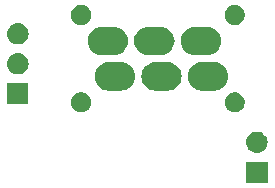
<source format=gbr>
G04 #@! TF.GenerationSoftware,KiCad,Pcbnew,(5.1.4)-1*
G04 #@! TF.CreationDate,2020-03-11T16:56:26-04:00*
G04 #@! TF.ProjectId,MicSwitchBoardElectret,4d696353-7769-4746-9368-426f61726445,rev?*
G04 #@! TF.SameCoordinates,Original*
G04 #@! TF.FileFunction,Soldermask,Top*
G04 #@! TF.FilePolarity,Negative*
%FSLAX46Y46*%
G04 Gerber Fmt 4.6, Leading zero omitted, Abs format (unit mm)*
G04 Created by KiCad (PCBNEW (5.1.4)-1) date 2020-03-11 16:56:26*
%MOMM*%
%LPD*%
G04 APERTURE LIST*
%ADD10C,0.100000*%
G04 APERTURE END LIST*
D10*
G36*
X137491000Y-77531000D02*
G01*
X135689000Y-77531000D01*
X135689000Y-75729000D01*
X137491000Y-75729000D01*
X137491000Y-77531000D01*
X137491000Y-77531000D01*
G37*
G36*
X136700443Y-73195519D02*
G01*
X136766627Y-73202037D01*
X136936466Y-73253557D01*
X137092991Y-73337222D01*
X137128729Y-73366552D01*
X137230186Y-73449814D01*
X137313448Y-73551271D01*
X137342778Y-73587009D01*
X137426443Y-73743534D01*
X137477963Y-73913373D01*
X137495359Y-74090000D01*
X137477963Y-74266627D01*
X137426443Y-74436466D01*
X137342778Y-74592991D01*
X137313448Y-74628729D01*
X137230186Y-74730186D01*
X137128729Y-74813448D01*
X137092991Y-74842778D01*
X136936466Y-74926443D01*
X136766627Y-74977963D01*
X136700442Y-74984482D01*
X136634260Y-74991000D01*
X136545740Y-74991000D01*
X136479558Y-74984482D01*
X136413373Y-74977963D01*
X136243534Y-74926443D01*
X136087009Y-74842778D01*
X136051271Y-74813448D01*
X135949814Y-74730186D01*
X135866552Y-74628729D01*
X135837222Y-74592991D01*
X135753557Y-74436466D01*
X135702037Y-74266627D01*
X135684641Y-74090000D01*
X135702037Y-73913373D01*
X135753557Y-73743534D01*
X135837222Y-73587009D01*
X135866552Y-73551271D01*
X135949814Y-73449814D01*
X136051271Y-73366552D01*
X136087009Y-73337222D01*
X136243534Y-73253557D01*
X136413373Y-73202037D01*
X136479557Y-73195519D01*
X136545740Y-73189000D01*
X136634260Y-73189000D01*
X136700443Y-73195519D01*
X136700443Y-73195519D01*
G37*
G36*
X121958228Y-69891703D02*
G01*
X122113100Y-69955853D01*
X122252481Y-70048985D01*
X122371015Y-70167519D01*
X122464147Y-70306900D01*
X122528297Y-70461772D01*
X122561000Y-70626184D01*
X122561000Y-70793816D01*
X122528297Y-70958228D01*
X122464147Y-71113100D01*
X122371015Y-71252481D01*
X122252481Y-71371015D01*
X122113100Y-71464147D01*
X121958228Y-71528297D01*
X121793816Y-71561000D01*
X121626184Y-71561000D01*
X121461772Y-71528297D01*
X121306900Y-71464147D01*
X121167519Y-71371015D01*
X121048985Y-71252481D01*
X120955853Y-71113100D01*
X120891703Y-70958228D01*
X120859000Y-70793816D01*
X120859000Y-70626184D01*
X120891703Y-70461772D01*
X120955853Y-70306900D01*
X121048985Y-70167519D01*
X121167519Y-70048985D01*
X121306900Y-69955853D01*
X121461772Y-69891703D01*
X121626184Y-69859000D01*
X121793816Y-69859000D01*
X121958228Y-69891703D01*
X121958228Y-69891703D01*
G37*
G36*
X134958228Y-69891703D02*
G01*
X135113100Y-69955853D01*
X135252481Y-70048985D01*
X135371015Y-70167519D01*
X135464147Y-70306900D01*
X135528297Y-70461772D01*
X135561000Y-70626184D01*
X135561000Y-70793816D01*
X135528297Y-70958228D01*
X135464147Y-71113100D01*
X135371015Y-71252481D01*
X135252481Y-71371015D01*
X135113100Y-71464147D01*
X134958228Y-71528297D01*
X134793816Y-71561000D01*
X134626184Y-71561000D01*
X134461772Y-71528297D01*
X134306900Y-71464147D01*
X134167519Y-71371015D01*
X134048985Y-71252481D01*
X133955853Y-71113100D01*
X133891703Y-70958228D01*
X133859000Y-70793816D01*
X133859000Y-70626184D01*
X133891703Y-70461772D01*
X133955853Y-70306900D01*
X134048985Y-70167519D01*
X134167519Y-70048985D01*
X134306900Y-69955853D01*
X134461772Y-69891703D01*
X134626184Y-69859000D01*
X134793816Y-69859000D01*
X134958228Y-69891703D01*
X134958228Y-69891703D01*
G37*
G36*
X117251000Y-70876000D02*
G01*
X115449000Y-70876000D01*
X115449000Y-69074000D01*
X117251000Y-69074000D01*
X117251000Y-70876000D01*
X117251000Y-70876000D01*
G37*
G36*
X125295437Y-67326378D02*
G01*
X125521827Y-67395052D01*
X125730468Y-67506573D01*
X125913344Y-67656656D01*
X126063427Y-67839532D01*
X126174948Y-68048173D01*
X126243622Y-68274563D01*
X126266811Y-68510000D01*
X126243622Y-68745437D01*
X126174948Y-68971827D01*
X126063427Y-69180468D01*
X125913344Y-69363344D01*
X125730468Y-69513427D01*
X125521827Y-69624948D01*
X125295437Y-69693622D01*
X125118999Y-69711000D01*
X124001001Y-69711000D01*
X123824563Y-69693622D01*
X123598173Y-69624948D01*
X123389532Y-69513427D01*
X123206656Y-69363344D01*
X123056573Y-69180468D01*
X122945052Y-68971827D01*
X122876378Y-68745437D01*
X122853189Y-68510000D01*
X122876378Y-68274563D01*
X122945052Y-68048173D01*
X123056573Y-67839532D01*
X123206656Y-67656656D01*
X123389532Y-67506573D01*
X123598173Y-67395052D01*
X123824563Y-67326378D01*
X124001001Y-67309000D01*
X125118999Y-67309000D01*
X125295437Y-67326378D01*
X125295437Y-67326378D01*
G37*
G36*
X129245437Y-67326378D02*
G01*
X129471827Y-67395052D01*
X129680468Y-67506573D01*
X129863344Y-67656656D01*
X130013427Y-67839532D01*
X130124948Y-68048173D01*
X130193622Y-68274563D01*
X130216811Y-68510000D01*
X130193622Y-68745437D01*
X130124948Y-68971827D01*
X130013427Y-69180468D01*
X129863344Y-69363344D01*
X129680468Y-69513427D01*
X129471827Y-69624948D01*
X129245437Y-69693622D01*
X129068999Y-69711000D01*
X127951001Y-69711000D01*
X127774563Y-69693622D01*
X127548173Y-69624948D01*
X127339532Y-69513427D01*
X127156656Y-69363344D01*
X127006573Y-69180468D01*
X126895052Y-68971827D01*
X126826378Y-68745437D01*
X126803189Y-68510000D01*
X126826378Y-68274563D01*
X126895052Y-68048173D01*
X127006573Y-67839532D01*
X127156656Y-67656656D01*
X127339532Y-67506573D01*
X127548173Y-67395052D01*
X127774563Y-67326378D01*
X127951001Y-67309000D01*
X129068999Y-67309000D01*
X129245437Y-67326378D01*
X129245437Y-67326378D01*
G37*
G36*
X133195437Y-67326378D02*
G01*
X133421827Y-67395052D01*
X133630468Y-67506573D01*
X133813344Y-67656656D01*
X133963427Y-67839532D01*
X134074948Y-68048173D01*
X134143622Y-68274563D01*
X134166811Y-68510000D01*
X134143622Y-68745437D01*
X134074948Y-68971827D01*
X133963427Y-69180468D01*
X133813344Y-69363344D01*
X133630468Y-69513427D01*
X133421827Y-69624948D01*
X133195437Y-69693622D01*
X133018999Y-69711000D01*
X131901001Y-69711000D01*
X131724563Y-69693622D01*
X131498173Y-69624948D01*
X131289532Y-69513427D01*
X131106656Y-69363344D01*
X130956573Y-69180468D01*
X130845052Y-68971827D01*
X130776378Y-68745437D01*
X130753189Y-68510000D01*
X130776378Y-68274563D01*
X130845052Y-68048173D01*
X130956573Y-67839532D01*
X131106656Y-67656656D01*
X131289532Y-67506573D01*
X131498173Y-67395052D01*
X131724563Y-67326378D01*
X131901001Y-67309000D01*
X133018999Y-67309000D01*
X133195437Y-67326378D01*
X133195437Y-67326378D01*
G37*
G36*
X116460442Y-66540518D02*
G01*
X116526627Y-66547037D01*
X116696466Y-66598557D01*
X116852991Y-66682222D01*
X116888057Y-66711000D01*
X116990186Y-66794814D01*
X117073448Y-66896271D01*
X117102778Y-66932009D01*
X117186443Y-67088534D01*
X117237963Y-67258373D01*
X117255359Y-67435000D01*
X117237963Y-67611627D01*
X117186443Y-67781466D01*
X117102778Y-67937991D01*
X117073448Y-67973729D01*
X116990186Y-68075186D01*
X116888729Y-68158448D01*
X116852991Y-68187778D01*
X116696466Y-68271443D01*
X116526627Y-68322963D01*
X116460442Y-68329482D01*
X116394260Y-68336000D01*
X116305740Y-68336000D01*
X116239558Y-68329482D01*
X116173373Y-68322963D01*
X116003534Y-68271443D01*
X115847009Y-68187778D01*
X115811271Y-68158448D01*
X115709814Y-68075186D01*
X115626552Y-67973729D01*
X115597222Y-67937991D01*
X115513557Y-67781466D01*
X115462037Y-67611627D01*
X115444641Y-67435000D01*
X115462037Y-67258373D01*
X115513557Y-67088534D01*
X115597222Y-66932009D01*
X115626552Y-66896271D01*
X115709814Y-66794814D01*
X115811943Y-66711000D01*
X115847009Y-66682222D01*
X116003534Y-66598557D01*
X116173373Y-66547037D01*
X116239558Y-66540518D01*
X116305740Y-66534000D01*
X116394260Y-66534000D01*
X116460442Y-66540518D01*
X116460442Y-66540518D01*
G37*
G36*
X132595437Y-64326378D02*
G01*
X132821827Y-64395052D01*
X133030468Y-64506573D01*
X133213344Y-64656656D01*
X133363427Y-64839532D01*
X133474948Y-65048173D01*
X133543622Y-65274563D01*
X133566811Y-65510000D01*
X133543622Y-65745437D01*
X133474948Y-65971827D01*
X133363427Y-66180468D01*
X133213344Y-66363344D01*
X133030468Y-66513427D01*
X132821827Y-66624948D01*
X132595437Y-66693622D01*
X132418999Y-66711000D01*
X131301001Y-66711000D01*
X131124563Y-66693622D01*
X130898173Y-66624948D01*
X130689532Y-66513427D01*
X130506656Y-66363344D01*
X130356573Y-66180468D01*
X130245052Y-65971827D01*
X130176378Y-65745437D01*
X130153189Y-65510000D01*
X130176378Y-65274563D01*
X130245052Y-65048173D01*
X130356573Y-64839532D01*
X130506656Y-64656656D01*
X130689532Y-64506573D01*
X130898173Y-64395052D01*
X131124563Y-64326378D01*
X131301001Y-64309000D01*
X132418999Y-64309000D01*
X132595437Y-64326378D01*
X132595437Y-64326378D01*
G37*
G36*
X124695437Y-64326378D02*
G01*
X124921827Y-64395052D01*
X125130468Y-64506573D01*
X125313344Y-64656656D01*
X125463427Y-64839532D01*
X125574948Y-65048173D01*
X125643622Y-65274563D01*
X125666811Y-65510000D01*
X125643622Y-65745437D01*
X125574948Y-65971827D01*
X125463427Y-66180468D01*
X125313344Y-66363344D01*
X125130468Y-66513427D01*
X124921827Y-66624948D01*
X124695437Y-66693622D01*
X124518999Y-66711000D01*
X123401001Y-66711000D01*
X123224563Y-66693622D01*
X122998173Y-66624948D01*
X122789532Y-66513427D01*
X122606656Y-66363344D01*
X122456573Y-66180468D01*
X122345052Y-65971827D01*
X122276378Y-65745437D01*
X122253189Y-65510000D01*
X122276378Y-65274563D01*
X122345052Y-65048173D01*
X122456573Y-64839532D01*
X122606656Y-64656656D01*
X122789532Y-64506573D01*
X122998173Y-64395052D01*
X123224563Y-64326378D01*
X123401001Y-64309000D01*
X124518999Y-64309000D01*
X124695437Y-64326378D01*
X124695437Y-64326378D01*
G37*
G36*
X128645437Y-64326378D02*
G01*
X128871827Y-64395052D01*
X129080468Y-64506573D01*
X129263344Y-64656656D01*
X129413427Y-64839532D01*
X129524948Y-65048173D01*
X129593622Y-65274563D01*
X129616811Y-65510000D01*
X129593622Y-65745437D01*
X129524948Y-65971827D01*
X129413427Y-66180468D01*
X129263344Y-66363344D01*
X129080468Y-66513427D01*
X128871827Y-66624948D01*
X128645437Y-66693622D01*
X128468999Y-66711000D01*
X127351001Y-66711000D01*
X127174563Y-66693622D01*
X126948173Y-66624948D01*
X126739532Y-66513427D01*
X126556656Y-66363344D01*
X126406573Y-66180468D01*
X126295052Y-65971827D01*
X126226378Y-65745437D01*
X126203189Y-65510000D01*
X126226378Y-65274563D01*
X126295052Y-65048173D01*
X126406573Y-64839532D01*
X126556656Y-64656656D01*
X126739532Y-64506573D01*
X126948173Y-64395052D01*
X127174563Y-64326378D01*
X127351001Y-64309000D01*
X128468999Y-64309000D01*
X128645437Y-64326378D01*
X128645437Y-64326378D01*
G37*
G36*
X116460442Y-64000518D02*
G01*
X116526627Y-64007037D01*
X116696466Y-64058557D01*
X116852991Y-64142222D01*
X116875872Y-64161000D01*
X116990186Y-64254814D01*
X117048916Y-64326378D01*
X117102778Y-64392009D01*
X117186443Y-64548534D01*
X117237963Y-64718373D01*
X117255359Y-64895000D01*
X117237963Y-65071627D01*
X117186443Y-65241466D01*
X117102778Y-65397991D01*
X117073448Y-65433729D01*
X116990186Y-65535186D01*
X116888729Y-65618448D01*
X116852991Y-65647778D01*
X116696466Y-65731443D01*
X116526627Y-65782963D01*
X116460443Y-65789481D01*
X116394260Y-65796000D01*
X116305740Y-65796000D01*
X116239557Y-65789481D01*
X116173373Y-65782963D01*
X116003534Y-65731443D01*
X115847009Y-65647778D01*
X115811271Y-65618448D01*
X115709814Y-65535186D01*
X115626552Y-65433729D01*
X115597222Y-65397991D01*
X115513557Y-65241466D01*
X115462037Y-65071627D01*
X115444641Y-64895000D01*
X115462037Y-64718373D01*
X115513557Y-64548534D01*
X115597222Y-64392009D01*
X115651084Y-64326378D01*
X115709814Y-64254814D01*
X115824128Y-64161000D01*
X115847009Y-64142222D01*
X116003534Y-64058557D01*
X116173373Y-64007037D01*
X116239558Y-64000518D01*
X116305740Y-63994000D01*
X116394260Y-63994000D01*
X116460442Y-64000518D01*
X116460442Y-64000518D01*
G37*
G36*
X121958228Y-62491703D02*
G01*
X122113100Y-62555853D01*
X122252481Y-62648985D01*
X122371015Y-62767519D01*
X122464147Y-62906900D01*
X122528297Y-63061772D01*
X122561000Y-63226184D01*
X122561000Y-63393816D01*
X122528297Y-63558228D01*
X122464147Y-63713100D01*
X122371015Y-63852481D01*
X122252481Y-63971015D01*
X122113100Y-64064147D01*
X121958228Y-64128297D01*
X121793816Y-64161000D01*
X121626184Y-64161000D01*
X121461772Y-64128297D01*
X121306900Y-64064147D01*
X121167519Y-63971015D01*
X121048985Y-63852481D01*
X120955853Y-63713100D01*
X120891703Y-63558228D01*
X120859000Y-63393816D01*
X120859000Y-63226184D01*
X120891703Y-63061772D01*
X120955853Y-62906900D01*
X121048985Y-62767519D01*
X121167519Y-62648985D01*
X121306900Y-62555853D01*
X121461772Y-62491703D01*
X121626184Y-62459000D01*
X121793816Y-62459000D01*
X121958228Y-62491703D01*
X121958228Y-62491703D01*
G37*
G36*
X134958228Y-62491703D02*
G01*
X135113100Y-62555853D01*
X135252481Y-62648985D01*
X135371015Y-62767519D01*
X135464147Y-62906900D01*
X135528297Y-63061772D01*
X135561000Y-63226184D01*
X135561000Y-63393816D01*
X135528297Y-63558228D01*
X135464147Y-63713100D01*
X135371015Y-63852481D01*
X135252481Y-63971015D01*
X135113100Y-64064147D01*
X134958228Y-64128297D01*
X134793816Y-64161000D01*
X134626184Y-64161000D01*
X134461772Y-64128297D01*
X134306900Y-64064147D01*
X134167519Y-63971015D01*
X134048985Y-63852481D01*
X133955853Y-63713100D01*
X133891703Y-63558228D01*
X133859000Y-63393816D01*
X133859000Y-63226184D01*
X133891703Y-63061772D01*
X133955853Y-62906900D01*
X134048985Y-62767519D01*
X134167519Y-62648985D01*
X134306900Y-62555853D01*
X134461772Y-62491703D01*
X134626184Y-62459000D01*
X134793816Y-62459000D01*
X134958228Y-62491703D01*
X134958228Y-62491703D01*
G37*
M02*

</source>
